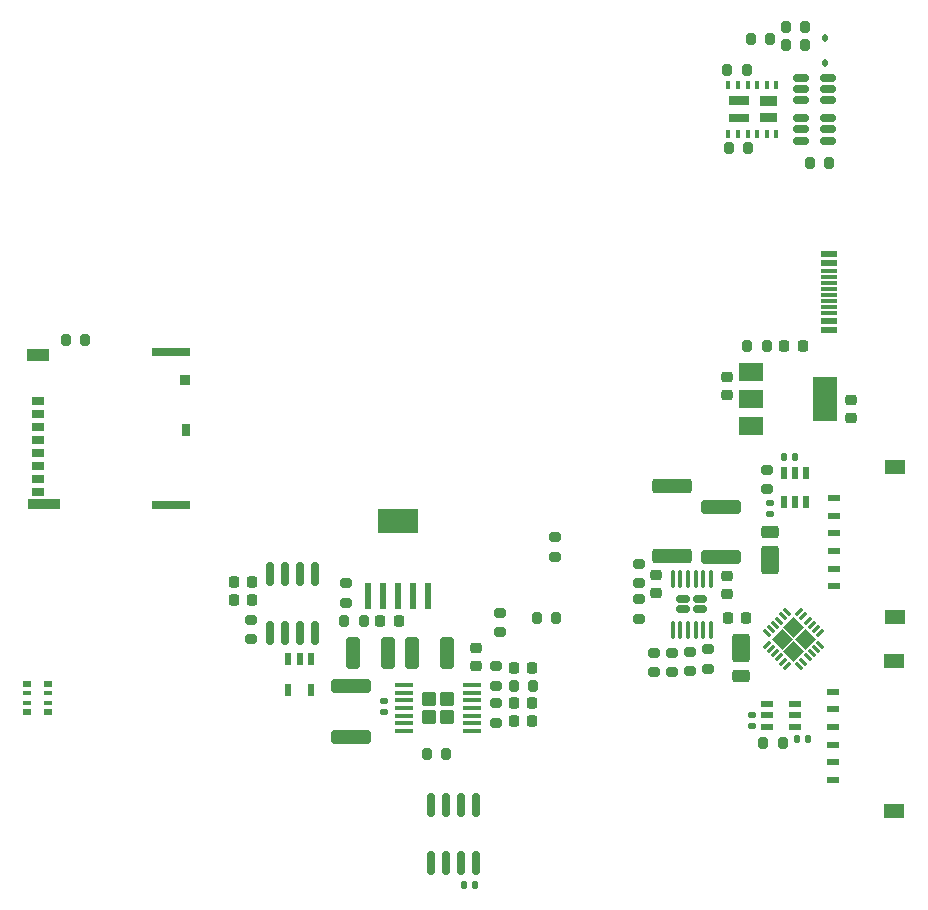
<source format=gbr>
%TF.GenerationSoftware,KiCad,Pcbnew,8.0.7*%
%TF.CreationDate,2025-03-06T17:29:40-08:00*%
%TF.ProjectId,FC_V5,46435f56-352e-46b6-9963-61645f706362,rev?*%
%TF.SameCoordinates,Original*%
%TF.FileFunction,Paste,Bot*%
%TF.FilePolarity,Positive*%
%FSLAX46Y46*%
G04 Gerber Fmt 4.6, Leading zero omitted, Abs format (unit mm)*
G04 Created by KiCad (PCBNEW 8.0.7) date 2025-03-06 17:29:40*
%MOMM*%
%LPD*%
G01*
G04 APERTURE LIST*
G04 Aperture macros list*
%AMRoundRect*
0 Rectangle with rounded corners*
0 $1 Rounding radius*
0 $2 $3 $4 $5 $6 $7 $8 $9 X,Y pos of 4 corners*
0 Add a 4 corners polygon primitive as box body*
4,1,4,$2,$3,$4,$5,$6,$7,$8,$9,$2,$3,0*
0 Add four circle primitives for the rounded corners*
1,1,$1+$1,$2,$3*
1,1,$1+$1,$4,$5*
1,1,$1+$1,$6,$7*
1,1,$1+$1,$8,$9*
0 Add four rect primitives between the rounded corners*
20,1,$1+$1,$2,$3,$4,$5,0*
20,1,$1+$1,$4,$5,$6,$7,0*
20,1,$1+$1,$6,$7,$8,$9,0*
20,1,$1+$1,$8,$9,$2,$3,0*%
%AMRotRect*
0 Rectangle, with rotation*
0 The origin of the aperture is its center*
0 $1 length*
0 $2 width*
0 $3 Rotation angle, in degrees counterclockwise*
0 Add horizontal line*
21,1,$1,$2,0,0,$3*%
G04 Aperture macros list end*
%ADD10C,0.025400*%
%ADD11C,0.000000*%
%ADD12R,0.600000X1.100000*%
%ADD13RoundRect,0.200000X-0.275000X0.200000X-0.275000X-0.200000X0.275000X-0.200000X0.275000X0.200000X0*%
%ADD14RoundRect,0.200000X-0.200000X-0.275000X0.200000X-0.275000X0.200000X0.275000X-0.200000X0.275000X0*%
%ADD15RoundRect,0.225000X0.225000X0.250000X-0.225000X0.250000X-0.225000X-0.250000X0.225000X-0.250000X0*%
%ADD16RoundRect,0.140000X-0.140000X-0.170000X0.140000X-0.170000X0.140000X0.170000X-0.140000X0.170000X0*%
%ADD17RoundRect,0.140000X0.170000X-0.140000X0.170000X0.140000X-0.170000X0.140000X-0.170000X-0.140000X0*%
%ADD18R,0.800000X0.500000*%
%ADD19R,0.800000X0.400000*%
%ADD20RoundRect,0.200000X0.275000X-0.200000X0.275000X0.200000X-0.275000X0.200000X-0.275000X-0.200000X0*%
%ADD21RoundRect,0.225000X-0.250000X0.225000X-0.250000X-0.225000X0.250000X-0.225000X0.250000X0.225000X0*%
%ADD22RoundRect,0.225000X-0.225000X-0.250000X0.225000X-0.250000X0.225000X0.250000X-0.225000X0.250000X0*%
%ADD23RoundRect,0.200000X0.200000X0.275000X-0.200000X0.275000X-0.200000X-0.275000X0.200000X-0.275000X0*%
%ADD24RoundRect,0.250000X0.325000X1.100000X-0.325000X1.100000X-0.325000X-1.100000X0.325000X-1.100000X0*%
%ADD25R,1.000000X0.600000*%
%ADD26R,1.800000X1.250000*%
%ADD27R,2.000000X1.500000*%
%ADD28R,2.000000X3.800000*%
%ADD29RoundRect,0.218750X0.218750X0.256250X-0.218750X0.256250X-0.218750X-0.256250X0.218750X-0.256250X0*%
%ADD30RotRect,0.782600X0.254800X225.000000*%
%ADD31RotRect,0.254800X0.782600X225.000000*%
%ADD32RoundRect,0.250000X0.500000X-0.950000X0.500000X0.950000X-0.500000X0.950000X-0.500000X-0.950000X0*%
%ADD33RoundRect,0.250000X0.500000X-0.275000X0.500000X0.275000X-0.500000X0.275000X-0.500000X-0.275000X0*%
%ADD34RoundRect,0.150000X-0.150000X0.825000X-0.150000X-0.825000X0.150000X-0.825000X0.150000X0.825000X0*%
%ADD35RoundRect,0.250000X-0.500000X0.950000X-0.500000X-0.950000X0.500000X-0.950000X0.500000X0.950000X0*%
%ADD36RoundRect,0.250000X-0.500000X0.275000X-0.500000X-0.275000X0.500000X-0.275000X0.500000X0.275000X0*%
%ADD37R,0.400000X0.650000*%
%ADD38RoundRect,0.140000X-0.170000X0.140000X-0.170000X-0.140000X0.170000X-0.140000X0.170000X0.140000X0*%
%ADD39RoundRect,0.250000X-1.450000X0.312500X-1.450000X-0.312500X1.450000X-0.312500X1.450000X0.312500X0*%
%ADD40RoundRect,0.150000X-0.512500X-0.150000X0.512500X-0.150000X0.512500X0.150000X-0.512500X0.150000X0*%
%ADD41RoundRect,0.250000X1.425000X-0.362500X1.425000X0.362500X-1.425000X0.362500X-1.425000X-0.362500X0*%
%ADD42RoundRect,0.112500X0.112500X-0.187500X0.112500X0.187500X-0.112500X0.187500X-0.112500X-0.187500X0*%
%ADD43RoundRect,0.150000X0.150000X-0.825000X0.150000X0.825000X-0.150000X0.825000X-0.150000X-0.825000X0*%
%ADD44R,1.100000X0.700000*%
%ADD45R,0.930000X0.900000*%
%ADD46R,0.780000X1.050000*%
%ADD47R,3.330000X0.700000*%
%ADD48R,2.800000X0.860000*%
%ADD49R,1.830000X1.140000*%
%ADD50RoundRect,0.250001X0.354999X0.374999X-0.354999X0.374999X-0.354999X-0.374999X0.354999X-0.374999X0*%
%ADD51RoundRect,0.100000X0.687500X0.100000X-0.687500X0.100000X-0.687500X-0.100000X0.687500X-0.100000X0*%
%ADD52RoundRect,0.167500X0.407500X-0.167500X0.407500X0.167500X-0.407500X0.167500X-0.407500X-0.167500X0*%
%ADD53RoundRect,0.100000X0.100000X-0.625000X0.100000X0.625000X-0.100000X0.625000X-0.100000X-0.625000X0*%
%ADD54RoundRect,0.250000X1.450000X-0.312500X1.450000X0.312500X-1.450000X0.312500X-1.450000X-0.312500X0*%
%ADD55R,1.450000X0.600000*%
%ADD56R,1.450000X0.300000*%
%ADD57RoundRect,0.250000X-0.325000X-1.100000X0.325000X-1.100000X0.325000X1.100000X-0.325000X1.100000X0*%
%ADD58R,0.550000X1.000000*%
%ADD59R,1.000000X0.550000*%
%ADD60R,0.600000X2.200000*%
%ADD61R,3.450000X2.150000*%
G04 APERTURE END LIST*
D10*
%TO.C,U12*%
X216158579Y-111800000D02*
X215312172Y-112646407D01*
X214465765Y-111800000D01*
X215312172Y-110953593D01*
X216158579Y-111800000D01*
G36*
X216158579Y-111800000D02*
G01*
X215312172Y-112646407D01*
X214465765Y-111800000D01*
X215312172Y-110953593D01*
X216158579Y-111800000D01*
G37*
X217146407Y-110812172D02*
X216300000Y-111658579D01*
X215453593Y-110812172D01*
X216300000Y-109965765D01*
X217146407Y-110812172D01*
G36*
X217146407Y-110812172D02*
G01*
X216300000Y-111658579D01*
X215453593Y-110812172D01*
X216300000Y-109965765D01*
X217146407Y-110812172D01*
G37*
X217146407Y-112787828D02*
X216300000Y-113634235D01*
X215453593Y-112787828D01*
X216300000Y-111941421D01*
X217146407Y-112787828D01*
G36*
X217146407Y-112787828D02*
G01*
X216300000Y-113634235D01*
X215453593Y-112787828D01*
X216300000Y-111941421D01*
X217146407Y-112787828D01*
G37*
X218134235Y-111800000D02*
X217287828Y-112646407D01*
X216441421Y-111800000D01*
X217287828Y-110953593D01*
X218134235Y-111800000D01*
G36*
X218134235Y-111800000D02*
G01*
X217287828Y-112646407D01*
X216441421Y-111800000D01*
X217287828Y-110953593D01*
X218134235Y-111800000D01*
G37*
D11*
%TO.C,Q4*%
G36*
X212534815Y-65850001D02*
G01*
X212534815Y-66550000D01*
X210834815Y-66550000D01*
X210834815Y-65850000D01*
X212534815Y-65850001D01*
G37*
G36*
X212534815Y-68049999D02*
G01*
X210834815Y-68050000D01*
X210834815Y-67350000D01*
X212534815Y-67350000D01*
X212534815Y-68049999D01*
G37*
G36*
X214934815Y-66650000D02*
G01*
X213434815Y-66650000D01*
X213434816Y-65850000D01*
X214934815Y-65850000D01*
X214934815Y-66650000D01*
G37*
G36*
X214934815Y-68050000D02*
G01*
X213434816Y-68050000D01*
X213434815Y-67250000D01*
X214934815Y-67250000D01*
X214934815Y-68050000D01*
G37*
%TD*%
D12*
%TO.C,U20*%
X173550000Y-116100000D03*
X175450000Y-116100000D03*
X175450000Y-113500000D03*
X174500000Y-113500000D03*
X173550000Y-113500000D03*
%TD*%
D13*
%TO.C,R42*%
X170400000Y-110175000D03*
X170400000Y-111825000D03*
%TD*%
D14*
%TO.C,R124*%
X185275000Y-121500000D03*
X186925000Y-121500000D03*
%TD*%
D15*
%TO.C,C46*%
X170475000Y-107000000D03*
X168925000Y-107000000D03*
%TD*%
%TO.C,C45*%
X170500000Y-108500000D03*
X168950000Y-108500000D03*
%TD*%
D16*
%TO.C,C30*%
X188420000Y-132600000D03*
X189380000Y-132600000D03*
%TD*%
D17*
%TO.C,C27*%
X181600000Y-117980000D03*
X181600000Y-117020000D03*
%TD*%
D18*
%TO.C,R45*%
X153200000Y-115600000D03*
D19*
X153200000Y-116400000D03*
X153200000Y-117200000D03*
D18*
X153200000Y-118000000D03*
X151400000Y-118000000D03*
D19*
X151400000Y-117200000D03*
X151400000Y-116400000D03*
D18*
X151400000Y-115600000D03*
%TD*%
D20*
%TO.C,R43*%
X191131250Y-118875000D03*
X191131250Y-117225000D03*
%TD*%
%TO.C,R71*%
X203208799Y-107066200D03*
X203208799Y-105416200D03*
%TD*%
D13*
%TO.C,R51*%
X214062500Y-97450000D03*
X214062500Y-99100000D03*
%TD*%
D21*
%TO.C,C13*%
X221180000Y-91555000D03*
X221180000Y-93105000D03*
%TD*%
D22*
%TO.C,C40*%
X210725000Y-110000000D03*
X212275000Y-110000000D03*
%TD*%
D17*
%TO.C,C53*%
X212775000Y-119155000D03*
X212775000Y-118195000D03*
%TD*%
D23*
%TO.C,R41*%
X212459815Y-70250000D03*
X210809815Y-70250000D03*
%TD*%
D24*
%TO.C,C25*%
X181975000Y-112950000D03*
X179025000Y-112950000D03*
%TD*%
D25*
%TO.C,J28*%
X219630000Y-116250000D03*
X219630000Y-117750000D03*
X219630000Y-119250000D03*
X219630000Y-120750000D03*
X219630000Y-122250000D03*
X219630000Y-123750000D03*
D26*
X224820000Y-113645000D03*
X224820000Y-126355000D03*
%TD*%
D27*
%TO.C,IC2*%
X212700000Y-93800000D03*
X212700000Y-91500000D03*
X212700000Y-89200000D03*
D28*
X219000000Y-91500000D03*
%TD*%
D20*
%TO.C,R66*%
X207558799Y-114525000D03*
X207558799Y-112875000D03*
%TD*%
D21*
%TO.C,C12*%
X210700000Y-89625000D03*
X210700000Y-91175000D03*
%TD*%
D29*
%TO.C,D3*%
X217097500Y-87020000D03*
X215522500Y-87020000D03*
%TD*%
D20*
%TO.C,R38*%
X191131250Y-115775000D03*
X191131250Y-114125000D03*
%TD*%
D13*
%TO.C,R63*%
X178400000Y-107100000D03*
X178400000Y-108750000D03*
%TD*%
D30*
%TO.C,U12*%
X216797153Y-109534628D03*
X217150799Y-109888275D03*
X217504441Y-110241916D03*
X217858084Y-110595559D03*
X218211725Y-110949201D03*
X218565372Y-111302847D03*
D31*
X218565372Y-112297153D03*
X218211725Y-112650799D03*
X217858084Y-113004441D03*
X217504441Y-113358084D03*
X217150799Y-113711725D03*
X216797153Y-114065372D03*
D30*
X215802847Y-114065372D03*
X215449201Y-113711725D03*
X215095559Y-113358084D03*
X214741916Y-113004441D03*
X214388275Y-112650799D03*
X214034628Y-112297153D03*
D31*
X214034628Y-111302847D03*
X214388275Y-110949201D03*
X214741916Y-110595559D03*
X215095559Y-110241916D03*
X215449201Y-109888275D03*
X215802847Y-109534628D03*
%TD*%
D32*
%TO.C,D9*%
X211900000Y-112550000D03*
D33*
X211900000Y-114925000D03*
%TD*%
D34*
%TO.C,U15*%
X185595000Y-125825000D03*
X186865000Y-125825000D03*
X188135000Y-125825000D03*
X189405000Y-125825000D03*
X189405000Y-130775000D03*
X188135000Y-130775000D03*
X186865000Y-130775000D03*
X185595000Y-130775000D03*
%TD*%
D22*
%TO.C,C36*%
X192656250Y-118750000D03*
X194206250Y-118750000D03*
%TD*%
D13*
%TO.C,R37*%
X191500000Y-109575000D03*
X191500000Y-111225000D03*
%TD*%
D15*
%TO.C,C39*%
X182875000Y-110300000D03*
X181325000Y-110300000D03*
%TD*%
D23*
%TO.C,R62*%
X214325000Y-61000000D03*
X212675000Y-61000000D03*
%TD*%
D20*
%TO.C,R70*%
X204508800Y-114625000D03*
X204508800Y-112975000D03*
%TD*%
D23*
%TO.C,R59*%
X219325000Y-71500000D03*
X217675000Y-71500000D03*
%TD*%
D21*
%TO.C,C42*%
X204708799Y-106391199D03*
X204708799Y-107941199D03*
%TD*%
D35*
%TO.C,D13*%
X214300000Y-105100000D03*
D36*
X214300000Y-102725000D03*
%TD*%
D14*
%TO.C,R36*%
X194575000Y-110000000D03*
X196225000Y-110000000D03*
%TD*%
D21*
%TO.C,C41*%
X210708799Y-106466200D03*
X210708799Y-108016200D03*
%TD*%
D22*
%TO.C,C37*%
X192656250Y-117250000D03*
X194206250Y-117250000D03*
%TD*%
D37*
%TO.C,Q4*%
X214859196Y-69025434D03*
X214046397Y-69025434D03*
X213233596Y-69025434D03*
X212420798Y-69025434D03*
X211607997Y-69025434D03*
X210795197Y-69025434D03*
X210795448Y-64874819D03*
X211608247Y-64874819D03*
X212421047Y-64874819D03*
X213233846Y-64874819D03*
X214046645Y-64874819D03*
X214859446Y-64874819D03*
%TD*%
D13*
%TO.C,R65*%
X209100000Y-112675000D03*
X209100000Y-114325000D03*
%TD*%
D23*
%TO.C,R64*%
X179925000Y-110300000D03*
X178275000Y-110300000D03*
%TD*%
D38*
%TO.C,C48*%
X214362499Y-100295000D03*
X214362499Y-101255000D03*
%TD*%
D23*
%TO.C,R40*%
X194256250Y-115750000D03*
X192606250Y-115750000D03*
%TD*%
D20*
%TO.C,R74*%
X203208799Y-110066200D03*
X203208799Y-108416200D03*
%TD*%
D16*
%TO.C,C55*%
X216595000Y-120275000D03*
X217555000Y-120275000D03*
%TD*%
D39*
%TO.C,L1*%
X178831250Y-115812500D03*
X178831250Y-120087500D03*
%TD*%
D40*
%TO.C,Q7*%
X216924999Y-69600000D03*
X216924999Y-68650001D03*
X216924999Y-67700002D03*
X219199999Y-67700002D03*
X219199999Y-68650001D03*
X219199999Y-69600000D03*
%TD*%
D41*
%TO.C,R75*%
X206008799Y-104803700D03*
X206008799Y-98878700D03*
%TD*%
D20*
%TO.C,R69*%
X206058799Y-114625000D03*
X206058799Y-112975000D03*
%TD*%
D42*
%TO.C,D8*%
X219000000Y-63000000D03*
X219000000Y-60900000D03*
%TD*%
D40*
%TO.C,Q8*%
X216925000Y-66200000D03*
X216925000Y-65250001D03*
X216925000Y-64300002D03*
X219200000Y-64300002D03*
X219200000Y-65250001D03*
X219200000Y-66200000D03*
%TD*%
D43*
%TO.C,U17*%
X175805000Y-111275000D03*
X174535000Y-111275000D03*
X173265000Y-111275000D03*
X171995000Y-111275000D03*
X171995000Y-106325000D03*
X173265000Y-106325000D03*
X174535000Y-106325000D03*
X175805000Y-106325000D03*
%TD*%
D16*
%TO.C,C47*%
X215482499Y-96375001D03*
X216442499Y-96375001D03*
%TD*%
D14*
%TO.C,R60*%
X215675000Y-60000000D03*
X217325000Y-60000000D03*
%TD*%
D44*
%TO.C,J4*%
X152360000Y-91620000D03*
X152360000Y-92720000D03*
X152360000Y-93820000D03*
X152360000Y-94920000D03*
X152360000Y-96020000D03*
X152360000Y-97120000D03*
X152360000Y-98220000D03*
X152360000Y-99320000D03*
D45*
X164825000Y-89830000D03*
D46*
X164900000Y-94095000D03*
D47*
X163625000Y-100480000D03*
D48*
X152860000Y-100400000D03*
D49*
X152375000Y-87740000D03*
D47*
X163625000Y-87520000D03*
%TD*%
D21*
%TO.C,C15*%
X189431250Y-112575000D03*
X189431250Y-114125000D03*
%TD*%
D50*
%TO.C,U10*%
X186981250Y-118425000D03*
X186981250Y-116875000D03*
X185481250Y-118425000D03*
X185481250Y-116875000D03*
D51*
X189093750Y-115700000D03*
X189093750Y-116350000D03*
X189093750Y-117000000D03*
X189093750Y-117650000D03*
X189093750Y-118300000D03*
X189093750Y-118950000D03*
X189093750Y-119600000D03*
X183368750Y-119600000D03*
X183368750Y-118950000D03*
X183368750Y-118300000D03*
X183368750Y-117650000D03*
X183368750Y-117000000D03*
X183368750Y-116350000D03*
X183368750Y-115700000D03*
%TD*%
D52*
%TO.C,IC6*%
X206988799Y-109261200D03*
X208408799Y-109261200D03*
X206988799Y-108441200D03*
X208408799Y-108441200D03*
D53*
X209323799Y-111001200D03*
X208673800Y-111001200D03*
X208023799Y-111001200D03*
X207373799Y-111001200D03*
X206723798Y-111001200D03*
X206073799Y-111001200D03*
X206073799Y-106701200D03*
X206723798Y-106701200D03*
X207373799Y-106701200D03*
X208023799Y-106701200D03*
X208673800Y-106701200D03*
X209323799Y-106701200D03*
%TD*%
D15*
%TO.C,C16*%
X194206250Y-114250000D03*
X192656250Y-114250000D03*
%TD*%
D23*
%TO.C,R61*%
X217325000Y-61500000D03*
X215675000Y-61500000D03*
%TD*%
D25*
%TO.C,J25*%
X219730000Y-99850000D03*
X219730000Y-101350000D03*
X219730000Y-102849999D03*
X219730000Y-104350001D03*
X219730000Y-105850000D03*
X219730000Y-107350000D03*
D26*
X224920000Y-97245000D03*
X224920000Y-109955000D03*
%TD*%
D54*
%TO.C,L2*%
X210208799Y-104878700D03*
X210208799Y-100603700D03*
%TD*%
D55*
%TO.C,J12*%
X219305000Y-79170000D03*
X219305000Y-79969999D03*
D56*
X219305001Y-81170000D03*
X219305000Y-82170000D03*
X219305000Y-82670000D03*
X219305001Y-83670000D03*
D55*
X219305000Y-84870001D03*
X219305000Y-85670000D03*
X219305000Y-85670000D03*
X219305000Y-84870001D03*
D56*
X219305000Y-84170000D03*
X219305000Y-83170000D03*
X219305000Y-81670000D03*
X219305000Y-80670000D03*
D55*
X219305000Y-79969999D03*
X219305000Y-79170000D03*
%TD*%
D57*
%TO.C,C19*%
X184025000Y-112950000D03*
X186975000Y-112950000D03*
%TD*%
D23*
%TO.C,R56*%
X212359814Y-63650000D03*
X210709814Y-63650000D03*
%TD*%
D14*
%TO.C,R11*%
X154675000Y-86500000D03*
X156325000Y-86500000D03*
%TD*%
D58*
%TO.C,U21*%
X215512499Y-97774999D03*
X216462499Y-97775000D03*
X217412499Y-97774999D03*
X217412499Y-100175001D03*
X216462499Y-100175000D03*
X215512499Y-100175001D03*
%TD*%
D20*
%TO.C,R20*%
X196100000Y-104825000D03*
X196100000Y-103175000D03*
%TD*%
D59*
%TO.C,U24*%
X214075000Y-119225000D03*
X214075000Y-118275000D03*
X214075000Y-117325000D03*
X216475000Y-117325000D03*
X216475000Y-118275000D03*
X216475000Y-119225000D03*
%TD*%
D14*
%TO.C,R49*%
X213750000Y-120575000D03*
X215400000Y-120575000D03*
%TD*%
D60*
%TO.C,U13*%
X185340000Y-108137500D03*
X184070000Y-108137500D03*
X182800000Y-108137500D03*
X181530000Y-108137500D03*
X180260000Y-108137500D03*
D61*
X182800000Y-101837500D03*
%TD*%
D14*
%TO.C,R9*%
X212415000Y-87010000D03*
X214065000Y-87010000D03*
%TD*%
M02*

</source>
